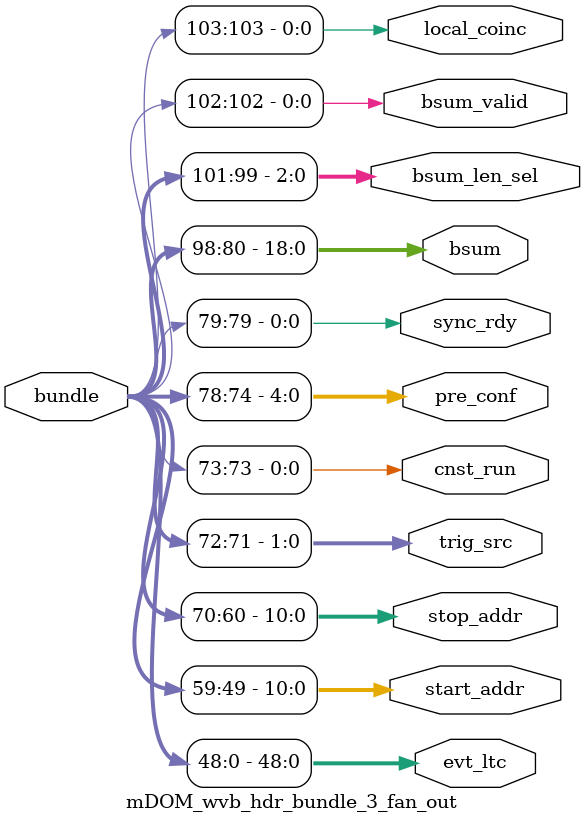
<source format=v>
module mDOM_wvb_hdr_bundle_3_fan_out
  (
   bundle,
   evt_ltc,
   start_addr,
   stop_addr,
   trig_src,
   cnst_run,
   pre_conf,
   sync_rdy,
   bsum,
   bsum_len_sel,
   bsum_valid,
   local_coinc
  );

`include "mDOM_wvb_hdr_bundle_3_inc.v"

   input [103:0] bundle;
   output [48:0] evt_ltc;
   output [10:0] start_addr;
   output [10:0] stop_addr;
   output [1:0] trig_src;
   output [0:0] cnst_run;
   output [4:0] pre_conf;
   output [0:0] sync_rdy;
   output [18:0] bsum;
   output [2:0] bsum_len_sel;
   output [0:0] bsum_valid;
   output [0:0] local_coinc;

assign evt_ltc = bundle[48:0];
assign start_addr = bundle[59:49];
assign stop_addr = bundle[70:60];
assign trig_src = bundle[72:71];
assign cnst_run = bundle[73:73];
assign pre_conf = bundle[78:74];
assign sync_rdy = bundle[79:79];
assign bsum = bundle[98:80];
assign bsum_len_sel = bundle[101:99];
assign bsum_valid = bundle[102:102];
assign local_coinc = bundle[103:103];

endmodule

</source>
